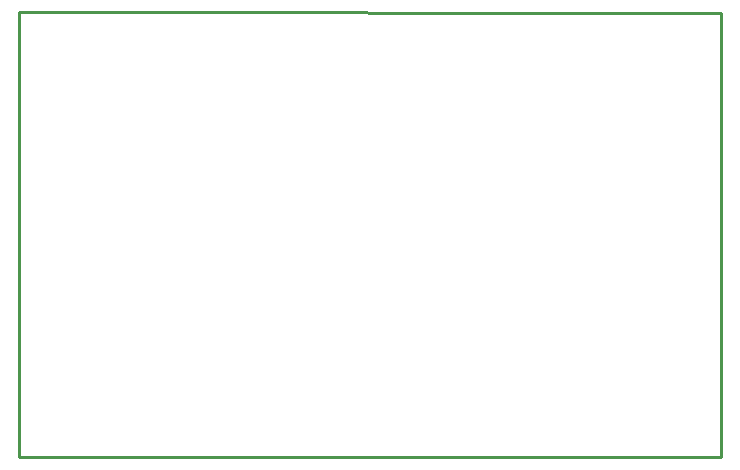
<source format=gko>
G04 Layer: BoardOutlineLayer*
G04 EasyEDA v6.5.34, 2023-10-05 18:46:17*
G04 95b8fe5a1411474d91de7b1b8a81d935,93498b55e67a4190998fc8b5c4fdbdff,10*
G04 Gerber Generator version 0.2*
G04 Scale: 100 percent, Rotated: No, Reflected: No *
G04 Dimensions in millimeters *
G04 leading zeros omitted , absolute positions ,4 integer and 5 decimal *
%FSLAX45Y45*%
%MOMM*%

%ADD10C,0.2540*%
D10*
X6642100Y8991600D02*
G01*
X6642100Y8991600D01*
X6642100Y5232400D01*
X698500Y5232400D01*
X698500Y8991600D01*
X700001Y8999984D02*
G01*
X6642100Y8991600D01*

%LPD*%
M02*

</source>
